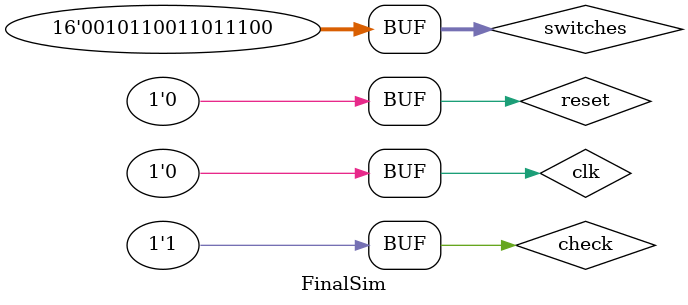
<source format=sv>
`timescale 1ns / 1ps


module FinalSim(

    );
    logic [15:0]switches; //the input switches
    logic check; //button to check if the answer is correct
    logic reset; //this is reset/start
    logic clk; //this is the clock
    logic [7:0]ssegs; //this is the final output to the seven seg display
    logic [3:0]an; //this is the final an to the seven seg     
    
    FinalProject Labl_inst(.switches(switches), .check(check), .reset(reset), .clk(clk), .ssegs(ssegs), .an(an));
    always
    begin
    clk = 1;
    #5
    clk = 0;
    #5;
    end
    
    
    
    initial
    begin
    switches = 15'b1010110011011100; check = 0; reset = 1;
    #5
    switches = 15'b1010110011011100; check = 1; reset = 0;
    end
    
    
    
    
    
    
    
endmodule

</source>
